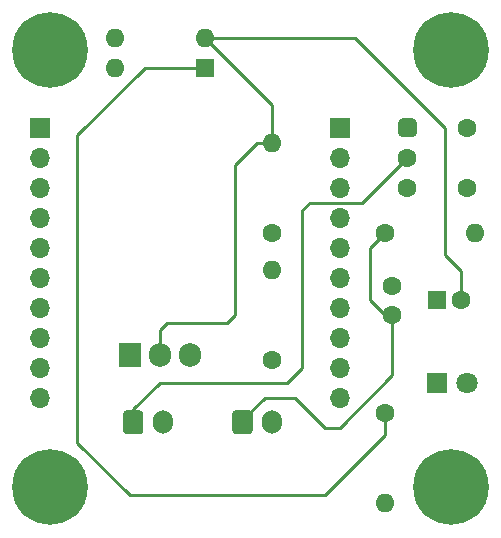
<source format=gbr>
%TF.GenerationSoftware,KiCad,Pcbnew,(5.1.9)-1*%
%TF.CreationDate,2022-07-22T01:31:31+09:00*%
%TF.ProjectId,Transmitter,5472616e-736d-4697-9474-65722e6b6963,rev?*%
%TF.SameCoordinates,Original*%
%TF.FileFunction,Copper,L2,Bot*%
%TF.FilePolarity,Positive*%
%FSLAX46Y46*%
G04 Gerber Fmt 4.6, Leading zero omitted, Abs format (unit mm)*
G04 Created by KiCad (PCBNEW (5.1.9)-1) date 2022-07-22 01:31:31*
%MOMM*%
%LPD*%
G01*
G04 APERTURE LIST*
%TA.AperFunction,ComponentPad*%
%ADD10O,1.700000X2.000000*%
%TD*%
%TA.AperFunction,ComponentPad*%
%ADD11R,1.700000X1.700000*%
%TD*%
%TA.AperFunction,ComponentPad*%
%ADD12O,1.700000X1.700000*%
%TD*%
%TA.AperFunction,ComponentPad*%
%ADD13C,1.600000*%
%TD*%
%TA.AperFunction,ComponentPad*%
%ADD14O,1.600000X1.600000*%
%TD*%
%TA.AperFunction,ComponentPad*%
%ADD15R,1.800000X1.800000*%
%TD*%
%TA.AperFunction,ComponentPad*%
%ADD16C,1.800000*%
%TD*%
%TA.AperFunction,ComponentPad*%
%ADD17C,6.400000*%
%TD*%
%TA.AperFunction,ComponentPad*%
%ADD18C,0.800000*%
%TD*%
%TA.AperFunction,ComponentPad*%
%ADD19R,1.600000X1.600000*%
%TD*%
%TA.AperFunction,ComponentPad*%
%ADD20R,1.905000X2.000000*%
%TD*%
%TA.AperFunction,ComponentPad*%
%ADD21O,1.905000X2.000000*%
%TD*%
%TA.AperFunction,Conductor*%
%ADD22C,0.250000*%
%TD*%
G04 APERTURE END LIST*
%TO.P,J6,1*%
%TO.N,+5V*%
%TA.AperFunction,ComponentPad*%
G36*
G01*
X146470000Y-108240000D02*
X146470000Y-106740000D01*
G75*
G02*
X146720000Y-106490000I250000J0D01*
G01*
X147920000Y-106490000D01*
G75*
G02*
X148170000Y-106740000I0J-250000D01*
G01*
X148170000Y-108240000D01*
G75*
G02*
X147920000Y-108490000I-250000J0D01*
G01*
X146720000Y-108490000D01*
G75*
G02*
X146470000Y-108240000I0J250000D01*
G01*
G37*
%TD.AperFunction*%
D10*
%TO.P,J6,2*%
%TO.N,LED*%
X149820000Y-107490000D03*
%TD*%
D11*
%TO.P,J3,1*%
%TO.N,N/C*%
X130175000Y-82550000D03*
D12*
%TO.P,J3,2*%
X130175000Y-85090000D03*
%TO.P,J3,3*%
X130175000Y-87630000D03*
%TO.P,J3,4*%
X130175000Y-90170000D03*
%TO.P,J3,5*%
%TO.N,+3V3*%
X130175000Y-92710000D03*
%TO.P,J3,6*%
%TO.N,N/C*%
X130175000Y-95250000D03*
%TO.P,J3,7*%
X130175000Y-97790000D03*
%TO.P,J3,8*%
X130175000Y-100330000D03*
%TO.P,J3,9*%
%TO.N,+3V3*%
X130175000Y-102870000D03*
%TO.P,J3,10*%
%TO.N,N/C*%
X130175000Y-105410000D03*
%TD*%
%TO.P,J4,10*%
%TO.N,N/C*%
X155575000Y-105410000D03*
%TO.P,J4,9*%
%TO.N,GND*%
X155575000Y-102870000D03*
%TO.P,J4,8*%
%TO.N,N/C*%
X155575000Y-100330000D03*
%TO.P,J4,7*%
X155575000Y-97790000D03*
%TO.P,J4,6*%
X155575000Y-95250000D03*
%TO.P,J4,5*%
X155575000Y-92710000D03*
%TO.P,J4,4*%
X155575000Y-90170000D03*
%TO.P,J4,3*%
X155575000Y-87630000D03*
%TO.P,J4,2*%
X155575000Y-85090000D03*
D11*
%TO.P,J4,1*%
%TO.N,ESS*%
X155575000Y-82550000D03*
%TD*%
%TO.P,J5,1*%
%TO.N,PW_IN*%
%TA.AperFunction,ComponentPad*%
G36*
G01*
X137220000Y-108240000D02*
X137220000Y-106740000D01*
G75*
G02*
X137470000Y-106490000I250000J0D01*
G01*
X138670000Y-106490000D01*
G75*
G02*
X138920000Y-106740000I0J-250000D01*
G01*
X138920000Y-108240000D01*
G75*
G02*
X138670000Y-108490000I-250000J0D01*
G01*
X137470000Y-108490000D01*
G75*
G02*
X137220000Y-108240000I0J250000D01*
G01*
G37*
%TD.AperFunction*%
D10*
%TO.P,J5,2*%
%TO.N,GND*%
X140570000Y-107490000D03*
%TD*%
D13*
%TO.P,SW1,*%
%TO.N,*%
X166370000Y-87630000D03*
X166370000Y-82550000D03*
%TO.P,SW1,1*%
%TO.N,+5V*%
%TA.AperFunction,ComponentPad*%
G36*
G01*
X162090000Y-82150000D02*
X162090000Y-82950000D01*
G75*
G02*
X161690000Y-83350000I-400000J0D01*
G01*
X160890000Y-83350000D01*
G75*
G02*
X160490000Y-82950000I0J400000D01*
G01*
X160490000Y-82150000D01*
G75*
G02*
X160890000Y-81750000I400000J0D01*
G01*
X161690000Y-81750000D01*
G75*
G02*
X162090000Y-82150000I0J-400000D01*
G01*
G37*
%TD.AperFunction*%
%TO.P,SW1,2*%
%TO.N,PW_IN*%
X161290000Y-85090000D03*
%TO.P,SW1,3*%
%TO.N,N/C*%
X161290000Y-87630000D03*
%TD*%
%TO.P,R1,1*%
%TO.N,Net-(R1-Pad1)*%
X149860000Y-91440000D03*
D14*
%TO.P,R1,2*%
%TO.N,GND*%
X149860000Y-83820000D03*
%TD*%
D13*
%TO.P,R2,1*%
%TO.N,Net-(R2-Pad1)*%
X149860000Y-102235000D03*
D14*
%TO.P,R2,2*%
%TO.N,Net-(R1-Pad1)*%
X149860000Y-94615000D03*
%TD*%
D13*
%TO.P,R3,1*%
%TO.N,+5V*%
X159385000Y-91440000D03*
D14*
%TO.P,R3,2*%
%TO.N,Net-(R2-Pad1)*%
X167005000Y-91440000D03*
%TD*%
D15*
%TO.P,D1,1*%
%TO.N,GND*%
X163830000Y-104140000D03*
D16*
%TO.P,D1,2*%
%TO.N,LED*%
X166370000Y-104140000D03*
%TD*%
D17*
%TO.P,H1,1*%
%TO.N,N/C*%
X131000000Y-76000000D03*
D18*
X133400000Y-76000000D03*
X132697056Y-77697056D03*
X131000000Y-78400000D03*
X129302944Y-77697056D03*
X128600000Y-76000000D03*
X129302944Y-74302944D03*
X131000000Y-73600000D03*
X132697056Y-74302944D03*
%TD*%
%TO.P,H2,1*%
%TO.N,N/C*%
X132697056Y-111302944D03*
X131000000Y-110600000D03*
X129302944Y-111302944D03*
X128600000Y-113000000D03*
X129302944Y-114697056D03*
X131000000Y-115400000D03*
X132697056Y-114697056D03*
X133400000Y-113000000D03*
D17*
X131000000Y-113000000D03*
%TD*%
%TO.P,H3,1*%
%TO.N,N/C*%
X165000000Y-113000000D03*
D18*
X167400000Y-113000000D03*
X166697056Y-114697056D03*
X165000000Y-115400000D03*
X163302944Y-114697056D03*
X162600000Y-113000000D03*
X163302944Y-111302944D03*
X165000000Y-110600000D03*
X166697056Y-111302944D03*
%TD*%
%TO.P,H4,1*%
%TO.N,N/C*%
X166697056Y-74302944D03*
X165000000Y-73600000D03*
X163302944Y-74302944D03*
X162600000Y-76000000D03*
X163302944Y-77697056D03*
X165000000Y-78400000D03*
X166697056Y-77697056D03*
X167400000Y-76000000D03*
D17*
X165000000Y-76000000D03*
%TD*%
D13*
%TO.P,R4,1*%
%TO.N,Net-(R4-Pad1)*%
X159385000Y-106680000D03*
D14*
%TO.P,R4,2*%
%TO.N,LED*%
X159385000Y-114300000D03*
%TD*%
D19*
%TO.P,U2,1*%
%TO.N,Net-(R4-Pad1)*%
X144145000Y-77470000D03*
D14*
%TO.P,U2,3*%
%TO.N,ESS*%
X136525000Y-74930000D03*
%TO.P,U2,2*%
%TO.N,GND*%
X144145000Y-74930000D03*
%TO.P,U2,4*%
%TO.N,+3V3*%
X136525000Y-77470000D03*
%TD*%
D20*
%TO.P,U1,1*%
%TO.N,+5V*%
X137795000Y-101750000D03*
D21*
%TO.P,U1,2*%
%TO.N,GND*%
X140335000Y-101750000D03*
%TO.P,U1,3*%
%TO.N,+3V3*%
X142875000Y-101750000D03*
%TD*%
D13*
%TO.P,C1,1*%
%TO.N,+5V*%
X160020000Y-98425000D03*
%TO.P,C1,2*%
%TO.N,GND*%
X160020000Y-95925000D03*
%TD*%
D19*
%TO.P,C2,1*%
%TO.N,+3V3*%
X163830000Y-97155000D03*
D13*
%TO.P,C2,2*%
%TO.N,GND*%
X165830000Y-97155000D03*
%TD*%
D22*
%TO.N,+5V*%
X159385000Y-98425000D02*
X160020000Y-98425000D01*
X158115000Y-97155000D02*
X159385000Y-98425000D01*
X158115000Y-92710000D02*
X158115000Y-97155000D01*
X159385000Y-91440000D02*
X158115000Y-92710000D01*
X154305000Y-107950000D02*
X155575000Y-107950000D01*
X151765000Y-105410000D02*
X154305000Y-107950000D01*
X160020000Y-103505000D02*
X160020000Y-98425000D01*
X149225000Y-105410000D02*
X151765000Y-105410000D01*
X155575000Y-107950000D02*
X160020000Y-103505000D01*
X147320000Y-107315000D02*
X149225000Y-105410000D01*
X147320000Y-107490000D02*
X147320000Y-107315000D01*
%TO.N,PW_IN*%
X152400000Y-89535000D02*
X153035000Y-88900000D01*
X152400000Y-102870000D02*
X152400000Y-89535000D01*
X157480000Y-88900000D02*
X161290000Y-85090000D01*
X153035000Y-88900000D02*
X157480000Y-88900000D01*
X151130000Y-104140000D02*
X152400000Y-102870000D01*
X140335000Y-104140000D02*
X151130000Y-104140000D01*
X138070000Y-106405000D02*
X140335000Y-104140000D01*
X138070000Y-107490000D02*
X138070000Y-106405000D01*
%TO.N,GND*%
X149860000Y-80645000D02*
X149860000Y-83820000D01*
X144145000Y-74930000D02*
X149860000Y-80645000D01*
X149860000Y-83820000D02*
X148590000Y-83820000D01*
X148590000Y-83820000D02*
X146685000Y-85725000D01*
X146685000Y-85725000D02*
X146685000Y-98425000D01*
X146685000Y-98425000D02*
X146050000Y-99060000D01*
X146050000Y-99060000D02*
X140970000Y-99060000D01*
X140335000Y-99695000D02*
X140335000Y-101750000D01*
X140970000Y-99060000D02*
X140335000Y-99695000D01*
X165830000Y-94710000D02*
X165830000Y-97155000D01*
X164465000Y-93345000D02*
X165830000Y-94710000D01*
X164465000Y-82550000D02*
X164465000Y-93345000D01*
X156845000Y-74930000D02*
X164465000Y-82550000D01*
X144145000Y-74930000D02*
X156845000Y-74930000D01*
%TO.N,Net-(R4-Pad1)*%
X140970000Y-77470000D02*
X144145000Y-77470000D01*
X137795000Y-113665000D02*
X133350000Y-109220000D01*
X154305000Y-113665000D02*
X137795000Y-113665000D01*
X159385000Y-108585000D02*
X154305000Y-113665000D01*
X159385000Y-106680000D02*
X159385000Y-108585000D01*
X133350000Y-83185000D02*
X139065000Y-77470000D01*
X139065000Y-77470000D02*
X140970000Y-77470000D01*
X133350000Y-109220000D02*
X133350000Y-83185000D01*
%TD*%
M02*

</source>
